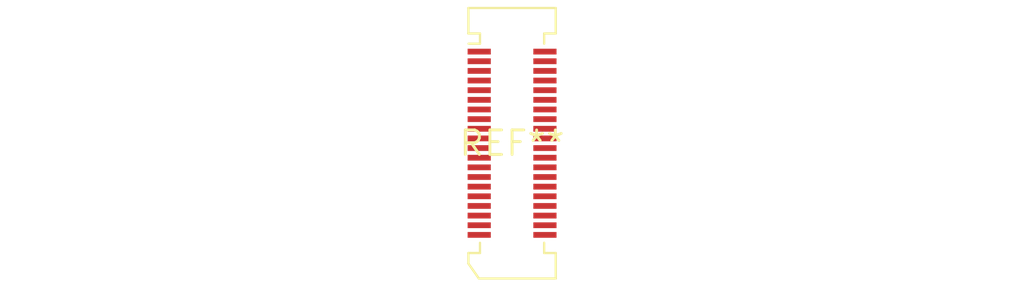
<source format=kicad_pcb>
(kicad_pcb (version 20240108) (generator pcbnew)
  (layers (0 "F.Cu" signal) (31 "B.Cu" signal) (34 "B.Paste" user) (35 "F.Paste" user) (36 "B.SilkS" user "B.Silkscreen") (37 "F.SilkS" user "F.Silkscreen") (38 "B.Mask" user) (39 "F.Mask" user) (44 "Edge.Cuts" user))
  (net 0 "")
  (footprint "Molex_SlimStack_53748-0408_2x20_P0.50mm_Vertical" (layer "F.Cu") (at 0 0)
    (property "Reference" "REF**")
    (property "Value" "Molex_SlimStack_53748-0408_2x20_P0.50mm_Vertical")
    (fp_line (start -2.26 -7.01) (end -2.26 -5.69) (layer "F.SilkS") (stroke (width 0.12)))
    (fp_line (start -2.26 -5.69) (end -2.26 -5.69) (layer "F.SilkS") (stroke (width 0.12)))
    (fp_line (start -2.26 -5.69) (end -1.66 -5.69) (layer "F.SilkS") (stroke (width 0.12)))
    (fp_line (start -2.26 5.69) (end -1.66 5.69) (layer "F.SilkS") (stroke (width 0.12)))
    (fp_line (start -2.26 6.234683) (end -2.26 5.69) (layer "F.SilkS") (stroke (width 0.12)))
    (fp_line (start -1.717262 7.01) (end -2.26 6.234683) (layer "F.SilkS") (stroke (width 0.12)))
    (fp_line (start -1.66 -5.69) (end -1.66 -5.16) (layer "F.SilkS") (stroke (width 0.12)))
    (fp_line (start -1.66 -5.16) (end -2.25 -5.16) (layer "F.SilkS") (stroke (width 0.12)))
    (fp_line (start -1.66 5.69) (end -1.66 5.16) (layer "F.SilkS") (stroke (width 0.12)))
    (fp_line (start 1.66 -5.69) (end 2.26 -5.69) (layer "F.SilkS") (stroke (width 0.12)))
    (fp_line (start 1.66 -5.16) (end 1.66 -5.69) (layer "F.SilkS") (stroke (width 0.12)))
    (fp_line (start 1.66 5.16) (end 1.66 5.69) (layer "F.SilkS") (stroke (width 0.12)))
    (fp_line (start 1.66 5.69) (end 2.26 5.69) (layer "F.SilkS") (stroke (width 0.12)))
    (fp_line (start 2.26 -7.01) (end -2.26 -7.01) (layer "F.SilkS") (stroke (width 0.12)))
    (fp_line (start 2.26 -5.69) (end 2.26 -7.01) (layer "F.SilkS") (stroke (width 0.12)))
    (fp_line (start 2.26 5.69) (end 2.26 7.01) (layer "F.SilkS") (stroke (width 0.12)))
    (fp_line (start 2.26 7.01) (end -1.717262 7.01) (layer "F.SilkS") (stroke (width 0.12)))
    (pad "1" smd rect (at -1.7 -4.75) (size 1.2 0.3) (layers "F.Cu" "F.Paste" "F.Mask"))
    (pad "2" smd rect (at 1.7 -4.75) (size 1.2 0.3) (layers "F.Cu" "F.Paste" "F.Mask"))
    (pad "3" smd rect (at -1.7 -4.25) (size 1.2 0.3) (layers "F.Cu" "F.Paste" "F.Mask"))
    (pad "4" smd rect (at 1.7 -4.25) (size 1.2 0.3) (layers "F.Cu" "F.Paste" "F.Mask"))
    (pad "5" smd rect (at -1.7 -3.75) (size 1.2 0.3) (layers "F.Cu" "F.Paste" "F.Mask"))
    (pad "6" smd rect (at 1.7 -3.75) (size 1.2 0.3) (layers "F.Cu" "F.Paste" "F.Mask"))
    (pad "7" smd rect (at -1.7 -3.25) (size 1.2 0.3) (layers "F.Cu" "F.Paste" "F.Mask"))
    (pad "8" smd rect (at 1.7 -3.25) (size 1.2 0.3) (layers "F.Cu" "F.Paste" "F.Mask"))
    (pad "9" smd rect (at -1.7 -2.75) (size 1.2 0.3) (layers "F.Cu" "F.Paste" "F.Mask"))
    (pad "10" smd rect (at 1.7 -2.75) (size 1.2 0.3) (layers "F.Cu" "F.Paste" "F.Mask"))
    (pad "11" smd rect (at -1.7 -2.25) (size 1.2 0.3) (layers "F.Cu" "F.Paste" "F.Mask"))
    (pad "12" smd rect (at 1.7 -2.25) (size 1.2 0.3) (layers "F.Cu" "F.Paste" "F.Mask"))
    (pad "13" smd rect (at -1.7 -1.75) (size 1.2 0.3) (layers "F.Cu" "F.Paste" "F.Mask"))
    (pad "14" smd rect (at 1.7 -1.75) (size 1.2 0.3) (layers "F.Cu" "F.Paste" "F.Mask"))
    (pad "15" smd rect (at -1.7 -1.25) (size 1.2 0.3) (layers "F.Cu" "F.Paste" "F.Mask"))
    (pad "16" smd rect (at 1.7 -1.25) (size 1.2 0.3) (layers "F.Cu" "F.Paste" "F.Mask"))
    (pad "17" smd rect (at -1.7 -0.75) (size 1.2 0.3) (layers "F.Cu" "F.Paste" "F.Mask"))
    (pad "18" smd rect (at 1.7 -0.75) (size 1.2 0.3) (layers "F.Cu" "F.Paste" "F.Mask"))
    (pad "19" smd rect (at -1.7 -0.25) (size 1.2 0.3) (layers "F.Cu" "F.Paste" "F.Mask"))
    (pad "20" smd rect (at 1.7 -0.25) (size 1.2 0.3) (layers "F.Cu" "F.Paste" "F.Mask"))
    (pad "21" smd rect (at -1.7 0.25) (size 1.2 0.3) (layers "F.Cu" "F.Paste" "F.Mask"))
    (pad "22" smd rect (at 1.7 0.25) (size 1.2 0.3) (layers "F.Cu" "F.Paste" "F.Mask"))
    (pad "23" smd rect (at -1.7 0.75) (size 1.2 0.3) (layers "F.Cu" "F.Paste" "F.Mask"))
    (pad "24" smd rect (at 1.7 0.75) (size 1.2 0.3) (layers "F.Cu" "F.Paste" "F.Mask"))
    (pad "25" smd rect (at -1.7 1.25) (size 1.2 0.3) (layers "F.Cu" "F.Paste" "F.Mask"))
    (pad "26" smd rect (at 1.7 1.25) (size 1.2 0.3) (layers "F.Cu" "F.Paste" "F.Mask"))
    (pad "27" smd rect (at -1.7 1.75) (size 1.2 0.3) (layers "F.Cu" "F.Paste" "F.Mask"))
    (pad "28" smd rect (at 1.7 1.75) (size 1.2 0.3) (layers "F.Cu" "F.Paste" "F.Mask"))
    (pad "29" smd rect (at -1.7 2.25) (size 1.2 0.3) (layers "F.Cu" "F.Paste" "F.Mask"))
    (pad "30" smd rect (at 1.7 2.25) (size 1.2 0.3) (layers "F.Cu" "F.Paste" "F.Mask"))
    (pad "31" smd rect (at -1.7 2.75) (size 1.2 0.3) (layers "F.Cu" "F.Paste" "F.Mask"))
    (pad "32" smd rect (at 1.7 2.75) (size 1.2 0.3) (layers "F.Cu" "F.Paste" "F.Mask"))
    (pad "33" smd rect (at -1.7 3.25) (size 1.2 0.3) (layers "F.Cu" "F.Paste" "F.Mask"))
    (pad "34" smd rect (at 1.7 3.25) (size 1.2 0.3) (layers "F.Cu" "F.Paste" "F.Mask"))
    (pad "35" smd rect (at -1.7 3.75) (size 1.2 0.3) (layers "F.Cu" "F.Paste" "F.Mask"))
    (pad "36" smd rect (at 1.7 3.75) (size 1.2 0.3) (layers "F.Cu" "F.Paste" "F.Mask"))
    (pad "37" smd rect (at -1.7 4.25) (size 1.2 0.3) (layers "F.Cu" "F.Paste" "F.Mask"))
    (pad "38" smd rect (at 1.7 4.25) (size 1.2 0.3) (layers "F.Cu" "F.Paste" "F.Mask"))
    (pad "39" smd rect (at -1.7 4.75) (size 1.2 0.3) (layers "F.Cu" "F.Paste" "F.Mask"))
    (pad "40" smd rect (at 1.7 4.75) (size 1.2 0.3) (layers "F.Cu" "F.Paste" "F.Mask"))
  )
)
</source>
